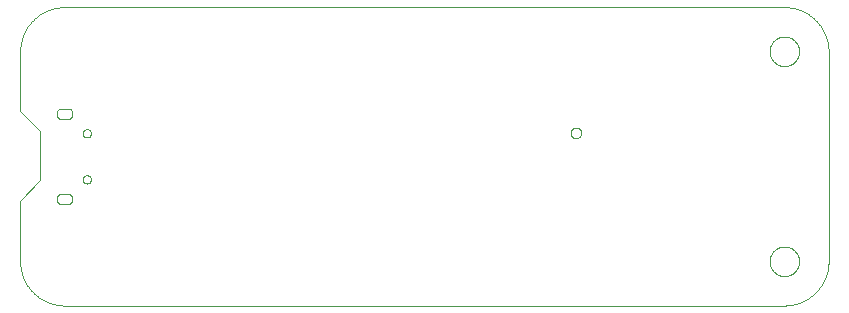
<source format=gbp>
G75*
%MOIN*%
%OFA0B0*%
%FSLAX25Y25*%
%IPPOS*%
%LPD*%
%AMOC8*
5,1,8,0,0,1.08239X$1,22.5*
%
%ADD10C,0.00000*%
D10*
X0059095Y0057209D02*
X0299095Y0057209D01*
X0299451Y0057213D01*
X0299806Y0057226D01*
X0300162Y0057248D01*
X0300516Y0057278D01*
X0300870Y0057316D01*
X0301222Y0057364D01*
X0301574Y0057419D01*
X0301924Y0057483D01*
X0302272Y0057556D01*
X0302619Y0057637D01*
X0302963Y0057726D01*
X0303305Y0057824D01*
X0303645Y0057930D01*
X0303982Y0058044D01*
X0304316Y0058166D01*
X0304647Y0058296D01*
X0304975Y0058434D01*
X0305300Y0058580D01*
X0305621Y0058734D01*
X0305938Y0058896D01*
X0306251Y0059065D01*
X0306559Y0059241D01*
X0306864Y0059425D01*
X0307164Y0059617D01*
X0307459Y0059815D01*
X0307750Y0060021D01*
X0308035Y0060234D01*
X0308315Y0060453D01*
X0308590Y0060679D01*
X0308859Y0060912D01*
X0309122Y0061151D01*
X0309380Y0061397D01*
X0309631Y0061648D01*
X0309877Y0061906D01*
X0310116Y0062169D01*
X0310349Y0062438D01*
X0310575Y0062713D01*
X0310794Y0062993D01*
X0311007Y0063278D01*
X0311213Y0063569D01*
X0311411Y0063864D01*
X0311603Y0064164D01*
X0311787Y0064469D01*
X0311963Y0064777D01*
X0312132Y0065090D01*
X0312294Y0065407D01*
X0312448Y0065728D01*
X0312594Y0066053D01*
X0312732Y0066381D01*
X0312862Y0066712D01*
X0312984Y0067046D01*
X0313098Y0067383D01*
X0313204Y0067723D01*
X0313302Y0068065D01*
X0313391Y0068409D01*
X0313472Y0068756D01*
X0313545Y0069104D01*
X0313609Y0069454D01*
X0313664Y0069806D01*
X0313712Y0070158D01*
X0313750Y0070512D01*
X0313780Y0070866D01*
X0313802Y0071222D01*
X0313815Y0071577D01*
X0313819Y0071933D01*
X0313820Y0071933D02*
X0313820Y0141933D01*
X0313819Y0141933D02*
X0313815Y0142289D01*
X0313802Y0142644D01*
X0313780Y0143000D01*
X0313750Y0143354D01*
X0313712Y0143708D01*
X0313664Y0144060D01*
X0313609Y0144412D01*
X0313545Y0144762D01*
X0313472Y0145110D01*
X0313391Y0145457D01*
X0313302Y0145801D01*
X0313204Y0146143D01*
X0313098Y0146483D01*
X0312984Y0146820D01*
X0312862Y0147154D01*
X0312732Y0147485D01*
X0312594Y0147813D01*
X0312448Y0148138D01*
X0312294Y0148459D01*
X0312132Y0148776D01*
X0311963Y0149089D01*
X0311787Y0149397D01*
X0311603Y0149702D01*
X0311411Y0150002D01*
X0311213Y0150297D01*
X0311007Y0150588D01*
X0310794Y0150873D01*
X0310575Y0151153D01*
X0310349Y0151428D01*
X0310116Y0151697D01*
X0309877Y0151960D01*
X0309631Y0152218D01*
X0309380Y0152469D01*
X0309122Y0152715D01*
X0308859Y0152954D01*
X0308590Y0153187D01*
X0308315Y0153413D01*
X0308035Y0153632D01*
X0307750Y0153845D01*
X0307459Y0154051D01*
X0307164Y0154249D01*
X0306864Y0154441D01*
X0306559Y0154625D01*
X0306251Y0154801D01*
X0305938Y0154970D01*
X0305621Y0155132D01*
X0305300Y0155286D01*
X0304975Y0155432D01*
X0304647Y0155570D01*
X0304316Y0155700D01*
X0303982Y0155822D01*
X0303645Y0155936D01*
X0303305Y0156042D01*
X0302963Y0156140D01*
X0302619Y0156229D01*
X0302272Y0156310D01*
X0301924Y0156383D01*
X0301574Y0156447D01*
X0301222Y0156502D01*
X0300870Y0156550D01*
X0300516Y0156588D01*
X0300162Y0156618D01*
X0299806Y0156640D01*
X0299451Y0156653D01*
X0299095Y0156657D01*
X0059095Y0156657D01*
X0058739Y0156653D01*
X0058384Y0156640D01*
X0058028Y0156618D01*
X0057674Y0156588D01*
X0057320Y0156550D01*
X0056968Y0156502D01*
X0056616Y0156447D01*
X0056266Y0156383D01*
X0055918Y0156310D01*
X0055571Y0156229D01*
X0055227Y0156140D01*
X0054885Y0156042D01*
X0054545Y0155936D01*
X0054208Y0155822D01*
X0053874Y0155700D01*
X0053543Y0155570D01*
X0053215Y0155432D01*
X0052890Y0155286D01*
X0052569Y0155132D01*
X0052252Y0154970D01*
X0051939Y0154801D01*
X0051631Y0154625D01*
X0051326Y0154441D01*
X0051026Y0154249D01*
X0050731Y0154051D01*
X0050440Y0153845D01*
X0050155Y0153632D01*
X0049875Y0153413D01*
X0049600Y0153187D01*
X0049331Y0152954D01*
X0049068Y0152715D01*
X0048810Y0152469D01*
X0048559Y0152218D01*
X0048313Y0151960D01*
X0048074Y0151697D01*
X0047841Y0151428D01*
X0047615Y0151153D01*
X0047396Y0150873D01*
X0047183Y0150588D01*
X0046977Y0150297D01*
X0046779Y0150002D01*
X0046587Y0149702D01*
X0046403Y0149397D01*
X0046227Y0149089D01*
X0046058Y0148776D01*
X0045896Y0148459D01*
X0045742Y0148138D01*
X0045596Y0147813D01*
X0045458Y0147485D01*
X0045328Y0147154D01*
X0045206Y0146820D01*
X0045092Y0146483D01*
X0044986Y0146143D01*
X0044888Y0145801D01*
X0044799Y0145457D01*
X0044718Y0145110D01*
X0044645Y0144762D01*
X0044581Y0144412D01*
X0044526Y0144060D01*
X0044478Y0143708D01*
X0044440Y0143354D01*
X0044410Y0143000D01*
X0044388Y0142644D01*
X0044375Y0142289D01*
X0044371Y0141933D01*
X0044371Y0122157D01*
X0051095Y0115433D01*
X0051095Y0098933D01*
X0044371Y0092209D01*
X0044371Y0071933D01*
X0044375Y0071577D01*
X0044388Y0071222D01*
X0044410Y0070866D01*
X0044440Y0070512D01*
X0044478Y0070158D01*
X0044526Y0069806D01*
X0044581Y0069454D01*
X0044645Y0069104D01*
X0044718Y0068756D01*
X0044799Y0068409D01*
X0044888Y0068065D01*
X0044986Y0067723D01*
X0045092Y0067383D01*
X0045206Y0067046D01*
X0045328Y0066712D01*
X0045458Y0066381D01*
X0045596Y0066053D01*
X0045742Y0065728D01*
X0045896Y0065407D01*
X0046058Y0065090D01*
X0046227Y0064777D01*
X0046403Y0064469D01*
X0046587Y0064164D01*
X0046779Y0063864D01*
X0046977Y0063569D01*
X0047183Y0063278D01*
X0047396Y0062993D01*
X0047615Y0062713D01*
X0047841Y0062438D01*
X0048074Y0062169D01*
X0048313Y0061906D01*
X0048559Y0061648D01*
X0048810Y0061397D01*
X0049068Y0061151D01*
X0049331Y0060912D01*
X0049600Y0060679D01*
X0049875Y0060453D01*
X0050155Y0060234D01*
X0050440Y0060021D01*
X0050731Y0059815D01*
X0051026Y0059617D01*
X0051326Y0059425D01*
X0051631Y0059241D01*
X0051939Y0059065D01*
X0052252Y0058896D01*
X0052569Y0058734D01*
X0052890Y0058580D01*
X0053215Y0058434D01*
X0053543Y0058296D01*
X0053874Y0058166D01*
X0054208Y0058044D01*
X0054545Y0057930D01*
X0054885Y0057824D01*
X0055227Y0057726D01*
X0055571Y0057637D01*
X0055918Y0057556D01*
X0056266Y0057483D01*
X0056616Y0057419D01*
X0056968Y0057364D01*
X0057320Y0057316D01*
X0057674Y0057278D01*
X0058028Y0057248D01*
X0058384Y0057226D01*
X0058739Y0057213D01*
X0059095Y0057209D01*
X0057934Y0090988D02*
X0060296Y0090988D01*
X0060373Y0091000D01*
X0060449Y0091015D01*
X0060525Y0091034D01*
X0060599Y0091057D01*
X0060673Y0091083D01*
X0060744Y0091113D01*
X0060815Y0091147D01*
X0060883Y0091183D01*
X0060950Y0091224D01*
X0061015Y0091267D01*
X0061077Y0091313D01*
X0061138Y0091363D01*
X0061195Y0091415D01*
X0061250Y0091471D01*
X0061302Y0091528D01*
X0061352Y0091589D01*
X0061398Y0091651D01*
X0061441Y0091716D01*
X0061481Y0091783D01*
X0061518Y0091852D01*
X0061551Y0091922D01*
X0061581Y0091994D01*
X0061607Y0092068D01*
X0061629Y0092142D01*
X0061648Y0092218D01*
X0061663Y0092294D01*
X0061674Y0092371D01*
X0061682Y0092449D01*
X0061686Y0092527D01*
X0061685Y0092605D01*
X0061682Y0092682D01*
X0061674Y0092760D01*
X0061682Y0092838D01*
X0061685Y0092915D01*
X0061686Y0092993D01*
X0061682Y0093071D01*
X0061674Y0093149D01*
X0061663Y0093226D01*
X0061648Y0093302D01*
X0061629Y0093378D01*
X0061607Y0093452D01*
X0061581Y0093526D01*
X0061551Y0093598D01*
X0061518Y0093668D01*
X0061481Y0093737D01*
X0061441Y0093804D01*
X0061398Y0093869D01*
X0061352Y0093931D01*
X0061302Y0093992D01*
X0061250Y0094049D01*
X0061195Y0094105D01*
X0061138Y0094157D01*
X0061077Y0094207D01*
X0061015Y0094253D01*
X0060950Y0094296D01*
X0060883Y0094337D01*
X0060815Y0094373D01*
X0060744Y0094407D01*
X0060673Y0094437D01*
X0060599Y0094463D01*
X0060525Y0094486D01*
X0060449Y0094505D01*
X0060373Y0094520D01*
X0060296Y0094532D01*
X0060296Y0094531D02*
X0057934Y0094531D01*
X0057934Y0094532D02*
X0057857Y0094520D01*
X0057781Y0094505D01*
X0057705Y0094486D01*
X0057631Y0094463D01*
X0057557Y0094437D01*
X0057486Y0094407D01*
X0057415Y0094373D01*
X0057347Y0094337D01*
X0057280Y0094296D01*
X0057215Y0094253D01*
X0057153Y0094207D01*
X0057092Y0094157D01*
X0057035Y0094105D01*
X0056980Y0094049D01*
X0056928Y0093992D01*
X0056878Y0093931D01*
X0056832Y0093869D01*
X0056789Y0093804D01*
X0056749Y0093737D01*
X0056712Y0093668D01*
X0056679Y0093598D01*
X0056649Y0093526D01*
X0056623Y0093452D01*
X0056601Y0093378D01*
X0056582Y0093302D01*
X0056567Y0093226D01*
X0056556Y0093149D01*
X0056548Y0093071D01*
X0056544Y0092993D01*
X0056545Y0092915D01*
X0056548Y0092838D01*
X0056556Y0092760D01*
X0056548Y0092682D01*
X0056545Y0092605D01*
X0056544Y0092527D01*
X0056548Y0092449D01*
X0056556Y0092371D01*
X0056567Y0092294D01*
X0056582Y0092218D01*
X0056601Y0092142D01*
X0056623Y0092068D01*
X0056649Y0091994D01*
X0056679Y0091922D01*
X0056712Y0091852D01*
X0056749Y0091783D01*
X0056789Y0091716D01*
X0056832Y0091651D01*
X0056878Y0091589D01*
X0056928Y0091528D01*
X0056980Y0091471D01*
X0057035Y0091415D01*
X0057092Y0091363D01*
X0057153Y0091313D01*
X0057215Y0091267D01*
X0057280Y0091224D01*
X0057347Y0091183D01*
X0057415Y0091147D01*
X0057486Y0091113D01*
X0057557Y0091083D01*
X0057631Y0091057D01*
X0057705Y0091034D01*
X0057781Y0091015D01*
X0057857Y0091000D01*
X0057934Y0090988D01*
X0065217Y0099256D02*
X0065219Y0099330D01*
X0065225Y0099404D01*
X0065235Y0099477D01*
X0065249Y0099550D01*
X0065266Y0099622D01*
X0065288Y0099692D01*
X0065313Y0099762D01*
X0065342Y0099830D01*
X0065375Y0099896D01*
X0065411Y0099961D01*
X0065451Y0100023D01*
X0065493Y0100084D01*
X0065539Y0100142D01*
X0065588Y0100197D01*
X0065640Y0100250D01*
X0065695Y0100300D01*
X0065752Y0100346D01*
X0065812Y0100390D01*
X0065874Y0100430D01*
X0065938Y0100467D01*
X0066004Y0100501D01*
X0066072Y0100531D01*
X0066141Y0100557D01*
X0066212Y0100580D01*
X0066283Y0100598D01*
X0066356Y0100613D01*
X0066429Y0100624D01*
X0066503Y0100631D01*
X0066577Y0100634D01*
X0066650Y0100633D01*
X0066724Y0100628D01*
X0066798Y0100619D01*
X0066871Y0100606D01*
X0066943Y0100589D01*
X0067014Y0100569D01*
X0067084Y0100544D01*
X0067152Y0100516D01*
X0067219Y0100485D01*
X0067284Y0100449D01*
X0067347Y0100411D01*
X0067408Y0100369D01*
X0067467Y0100323D01*
X0067523Y0100275D01*
X0067576Y0100224D01*
X0067626Y0100170D01*
X0067674Y0100113D01*
X0067718Y0100054D01*
X0067760Y0099992D01*
X0067798Y0099929D01*
X0067832Y0099863D01*
X0067863Y0099796D01*
X0067890Y0099727D01*
X0067913Y0099657D01*
X0067933Y0099586D01*
X0067949Y0099513D01*
X0067961Y0099440D01*
X0067969Y0099367D01*
X0067973Y0099293D01*
X0067973Y0099219D01*
X0067969Y0099145D01*
X0067961Y0099072D01*
X0067949Y0098999D01*
X0067933Y0098926D01*
X0067913Y0098855D01*
X0067890Y0098785D01*
X0067863Y0098716D01*
X0067832Y0098649D01*
X0067798Y0098583D01*
X0067760Y0098520D01*
X0067718Y0098458D01*
X0067674Y0098399D01*
X0067626Y0098342D01*
X0067576Y0098288D01*
X0067523Y0098237D01*
X0067467Y0098189D01*
X0067408Y0098143D01*
X0067347Y0098101D01*
X0067284Y0098063D01*
X0067219Y0098027D01*
X0067152Y0097996D01*
X0067084Y0097968D01*
X0067014Y0097943D01*
X0066943Y0097923D01*
X0066871Y0097906D01*
X0066798Y0097893D01*
X0066724Y0097884D01*
X0066650Y0097879D01*
X0066577Y0097878D01*
X0066503Y0097881D01*
X0066429Y0097888D01*
X0066356Y0097899D01*
X0066283Y0097914D01*
X0066212Y0097932D01*
X0066141Y0097955D01*
X0066072Y0097981D01*
X0066004Y0098011D01*
X0065938Y0098045D01*
X0065874Y0098082D01*
X0065812Y0098122D01*
X0065752Y0098166D01*
X0065695Y0098212D01*
X0065640Y0098262D01*
X0065588Y0098315D01*
X0065539Y0098370D01*
X0065493Y0098428D01*
X0065451Y0098489D01*
X0065411Y0098551D01*
X0065375Y0098616D01*
X0065342Y0098682D01*
X0065313Y0098750D01*
X0065288Y0098820D01*
X0065266Y0098890D01*
X0065249Y0098962D01*
X0065235Y0099035D01*
X0065225Y0099108D01*
X0065219Y0099182D01*
X0065217Y0099256D01*
X0065217Y0114610D02*
X0065219Y0114684D01*
X0065225Y0114758D01*
X0065235Y0114831D01*
X0065249Y0114904D01*
X0065266Y0114976D01*
X0065288Y0115046D01*
X0065313Y0115116D01*
X0065342Y0115184D01*
X0065375Y0115250D01*
X0065411Y0115315D01*
X0065451Y0115377D01*
X0065493Y0115438D01*
X0065539Y0115496D01*
X0065588Y0115551D01*
X0065640Y0115604D01*
X0065695Y0115654D01*
X0065752Y0115700D01*
X0065812Y0115744D01*
X0065874Y0115784D01*
X0065938Y0115821D01*
X0066004Y0115855D01*
X0066072Y0115885D01*
X0066141Y0115911D01*
X0066212Y0115934D01*
X0066283Y0115952D01*
X0066356Y0115967D01*
X0066429Y0115978D01*
X0066503Y0115985D01*
X0066577Y0115988D01*
X0066650Y0115987D01*
X0066724Y0115982D01*
X0066798Y0115973D01*
X0066871Y0115960D01*
X0066943Y0115943D01*
X0067014Y0115923D01*
X0067084Y0115898D01*
X0067152Y0115870D01*
X0067219Y0115839D01*
X0067284Y0115803D01*
X0067347Y0115765D01*
X0067408Y0115723D01*
X0067467Y0115677D01*
X0067523Y0115629D01*
X0067576Y0115578D01*
X0067626Y0115524D01*
X0067674Y0115467D01*
X0067718Y0115408D01*
X0067760Y0115346D01*
X0067798Y0115283D01*
X0067832Y0115217D01*
X0067863Y0115150D01*
X0067890Y0115081D01*
X0067913Y0115011D01*
X0067933Y0114940D01*
X0067949Y0114867D01*
X0067961Y0114794D01*
X0067969Y0114721D01*
X0067973Y0114647D01*
X0067973Y0114573D01*
X0067969Y0114499D01*
X0067961Y0114426D01*
X0067949Y0114353D01*
X0067933Y0114280D01*
X0067913Y0114209D01*
X0067890Y0114139D01*
X0067863Y0114070D01*
X0067832Y0114003D01*
X0067798Y0113937D01*
X0067760Y0113874D01*
X0067718Y0113812D01*
X0067674Y0113753D01*
X0067626Y0113696D01*
X0067576Y0113642D01*
X0067523Y0113591D01*
X0067467Y0113543D01*
X0067408Y0113497D01*
X0067347Y0113455D01*
X0067284Y0113417D01*
X0067219Y0113381D01*
X0067152Y0113350D01*
X0067084Y0113322D01*
X0067014Y0113297D01*
X0066943Y0113277D01*
X0066871Y0113260D01*
X0066798Y0113247D01*
X0066724Y0113238D01*
X0066650Y0113233D01*
X0066577Y0113232D01*
X0066503Y0113235D01*
X0066429Y0113242D01*
X0066356Y0113253D01*
X0066283Y0113268D01*
X0066212Y0113286D01*
X0066141Y0113309D01*
X0066072Y0113335D01*
X0066004Y0113365D01*
X0065938Y0113399D01*
X0065874Y0113436D01*
X0065812Y0113476D01*
X0065752Y0113520D01*
X0065695Y0113566D01*
X0065640Y0113616D01*
X0065588Y0113669D01*
X0065539Y0113724D01*
X0065493Y0113782D01*
X0065451Y0113843D01*
X0065411Y0113905D01*
X0065375Y0113970D01*
X0065342Y0114036D01*
X0065313Y0114104D01*
X0065288Y0114174D01*
X0065266Y0114244D01*
X0065249Y0114316D01*
X0065235Y0114389D01*
X0065225Y0114462D01*
X0065219Y0114536D01*
X0065217Y0114610D01*
X0060296Y0119335D02*
X0058131Y0119335D01*
X0058130Y0119334D02*
X0058056Y0119331D01*
X0057981Y0119332D01*
X0057906Y0119336D01*
X0057831Y0119345D01*
X0057757Y0119357D01*
X0057684Y0119373D01*
X0057611Y0119392D01*
X0057540Y0119415D01*
X0057470Y0119442D01*
X0057401Y0119472D01*
X0057334Y0119506D01*
X0057269Y0119543D01*
X0057206Y0119583D01*
X0057145Y0119626D01*
X0057086Y0119673D01*
X0057030Y0119722D01*
X0056976Y0119774D01*
X0056925Y0119829D01*
X0056876Y0119887D01*
X0056831Y0119946D01*
X0056789Y0120008D01*
X0056750Y0120072D01*
X0056714Y0120138D01*
X0056681Y0120206D01*
X0056652Y0120275D01*
X0056627Y0120346D01*
X0056605Y0120417D01*
X0056587Y0120490D01*
X0056573Y0120564D01*
X0056562Y0120638D01*
X0056555Y0120713D01*
X0056556Y0120713D02*
X0056556Y0121500D01*
X0056555Y0121500D02*
X0056562Y0121575D01*
X0056573Y0121649D01*
X0056587Y0121723D01*
X0056605Y0121796D01*
X0056627Y0121867D01*
X0056652Y0121938D01*
X0056681Y0122007D01*
X0056714Y0122075D01*
X0056750Y0122141D01*
X0056789Y0122205D01*
X0056831Y0122267D01*
X0056876Y0122326D01*
X0056925Y0122384D01*
X0056976Y0122439D01*
X0057030Y0122491D01*
X0057086Y0122540D01*
X0057145Y0122587D01*
X0057206Y0122630D01*
X0057269Y0122670D01*
X0057334Y0122707D01*
X0057401Y0122741D01*
X0057470Y0122771D01*
X0057540Y0122798D01*
X0057611Y0122821D01*
X0057684Y0122840D01*
X0057757Y0122856D01*
X0057831Y0122868D01*
X0057906Y0122877D01*
X0057981Y0122881D01*
X0058056Y0122882D01*
X0058130Y0122879D01*
X0058131Y0122878D02*
X0060296Y0122878D01*
X0060368Y0122876D01*
X0060440Y0122870D01*
X0060512Y0122861D01*
X0060583Y0122848D01*
X0060653Y0122831D01*
X0060722Y0122811D01*
X0060790Y0122786D01*
X0060856Y0122759D01*
X0060922Y0122728D01*
X0060985Y0122693D01*
X0061047Y0122656D01*
X0061106Y0122615D01*
X0061163Y0122571D01*
X0061218Y0122524D01*
X0061270Y0122474D01*
X0061320Y0122422D01*
X0061367Y0122367D01*
X0061411Y0122310D01*
X0061452Y0122251D01*
X0061489Y0122189D01*
X0061524Y0122126D01*
X0061555Y0122060D01*
X0061582Y0121994D01*
X0061607Y0121926D01*
X0061627Y0121857D01*
X0061644Y0121787D01*
X0061657Y0121716D01*
X0061666Y0121644D01*
X0061672Y0121572D01*
X0061674Y0121500D01*
X0061674Y0120713D01*
X0061672Y0120641D01*
X0061666Y0120569D01*
X0061657Y0120497D01*
X0061644Y0120426D01*
X0061627Y0120356D01*
X0061607Y0120287D01*
X0061582Y0120219D01*
X0061555Y0120153D01*
X0061524Y0120087D01*
X0061489Y0120024D01*
X0061452Y0119962D01*
X0061411Y0119903D01*
X0061367Y0119846D01*
X0061320Y0119791D01*
X0061270Y0119739D01*
X0061218Y0119689D01*
X0061163Y0119642D01*
X0061106Y0119598D01*
X0061047Y0119557D01*
X0060985Y0119520D01*
X0060922Y0119485D01*
X0060856Y0119454D01*
X0060790Y0119427D01*
X0060722Y0119402D01*
X0060653Y0119382D01*
X0060583Y0119365D01*
X0060512Y0119352D01*
X0060440Y0119343D01*
X0060368Y0119337D01*
X0060296Y0119335D01*
X0227843Y0114772D02*
X0227845Y0114856D01*
X0227851Y0114939D01*
X0227861Y0115022D01*
X0227875Y0115105D01*
X0227892Y0115187D01*
X0227914Y0115268D01*
X0227939Y0115347D01*
X0227968Y0115426D01*
X0228001Y0115503D01*
X0228037Y0115578D01*
X0228077Y0115652D01*
X0228120Y0115724D01*
X0228167Y0115793D01*
X0228217Y0115860D01*
X0228270Y0115925D01*
X0228326Y0115987D01*
X0228384Y0116047D01*
X0228446Y0116104D01*
X0228510Y0116157D01*
X0228577Y0116208D01*
X0228646Y0116255D01*
X0228717Y0116300D01*
X0228790Y0116340D01*
X0228865Y0116377D01*
X0228942Y0116411D01*
X0229020Y0116441D01*
X0229099Y0116467D01*
X0229180Y0116490D01*
X0229262Y0116508D01*
X0229344Y0116523D01*
X0229427Y0116534D01*
X0229510Y0116541D01*
X0229594Y0116544D01*
X0229678Y0116543D01*
X0229761Y0116538D01*
X0229845Y0116529D01*
X0229927Y0116516D01*
X0230009Y0116500D01*
X0230090Y0116479D01*
X0230171Y0116455D01*
X0230249Y0116427D01*
X0230327Y0116395D01*
X0230403Y0116359D01*
X0230477Y0116320D01*
X0230549Y0116278D01*
X0230619Y0116232D01*
X0230687Y0116183D01*
X0230752Y0116131D01*
X0230815Y0116076D01*
X0230875Y0116018D01*
X0230933Y0115957D01*
X0230987Y0115893D01*
X0231039Y0115827D01*
X0231087Y0115759D01*
X0231132Y0115688D01*
X0231173Y0115615D01*
X0231212Y0115541D01*
X0231246Y0115465D01*
X0231277Y0115387D01*
X0231304Y0115308D01*
X0231328Y0115227D01*
X0231347Y0115146D01*
X0231363Y0115064D01*
X0231375Y0114981D01*
X0231383Y0114897D01*
X0231387Y0114814D01*
X0231387Y0114730D01*
X0231383Y0114647D01*
X0231375Y0114563D01*
X0231363Y0114480D01*
X0231347Y0114398D01*
X0231328Y0114317D01*
X0231304Y0114236D01*
X0231277Y0114157D01*
X0231246Y0114079D01*
X0231212Y0114003D01*
X0231173Y0113929D01*
X0231132Y0113856D01*
X0231087Y0113785D01*
X0231039Y0113717D01*
X0230987Y0113651D01*
X0230933Y0113587D01*
X0230875Y0113526D01*
X0230815Y0113468D01*
X0230752Y0113413D01*
X0230687Y0113361D01*
X0230619Y0113312D01*
X0230549Y0113266D01*
X0230477Y0113224D01*
X0230403Y0113185D01*
X0230327Y0113149D01*
X0230249Y0113117D01*
X0230171Y0113089D01*
X0230090Y0113065D01*
X0230009Y0113044D01*
X0229927Y0113028D01*
X0229845Y0113015D01*
X0229761Y0113006D01*
X0229678Y0113001D01*
X0229594Y0113000D01*
X0229510Y0113003D01*
X0229427Y0113010D01*
X0229344Y0113021D01*
X0229262Y0113036D01*
X0229180Y0113054D01*
X0229099Y0113077D01*
X0229020Y0113103D01*
X0228942Y0113133D01*
X0228865Y0113167D01*
X0228790Y0113204D01*
X0228717Y0113244D01*
X0228646Y0113289D01*
X0228577Y0113336D01*
X0228510Y0113387D01*
X0228446Y0113440D01*
X0228384Y0113497D01*
X0228326Y0113557D01*
X0228270Y0113619D01*
X0228217Y0113684D01*
X0228167Y0113751D01*
X0228120Y0113820D01*
X0228077Y0113892D01*
X0228037Y0113966D01*
X0228001Y0114041D01*
X0227968Y0114118D01*
X0227939Y0114197D01*
X0227914Y0114276D01*
X0227892Y0114357D01*
X0227875Y0114439D01*
X0227861Y0114522D01*
X0227851Y0114605D01*
X0227845Y0114688D01*
X0227843Y0114772D01*
X0294174Y0141933D02*
X0294176Y0142073D01*
X0294182Y0142213D01*
X0294192Y0142352D01*
X0294206Y0142491D01*
X0294224Y0142630D01*
X0294245Y0142768D01*
X0294271Y0142906D01*
X0294301Y0143043D01*
X0294334Y0143178D01*
X0294372Y0143313D01*
X0294413Y0143447D01*
X0294458Y0143580D01*
X0294506Y0143711D01*
X0294559Y0143840D01*
X0294615Y0143969D01*
X0294674Y0144095D01*
X0294738Y0144220D01*
X0294804Y0144343D01*
X0294875Y0144464D01*
X0294948Y0144583D01*
X0295025Y0144700D01*
X0295106Y0144814D01*
X0295189Y0144926D01*
X0295276Y0145036D01*
X0295366Y0145144D01*
X0295458Y0145248D01*
X0295554Y0145350D01*
X0295653Y0145450D01*
X0295754Y0145546D01*
X0295858Y0145640D01*
X0295965Y0145730D01*
X0296074Y0145817D01*
X0296186Y0145902D01*
X0296300Y0145983D01*
X0296416Y0146061D01*
X0296534Y0146135D01*
X0296655Y0146206D01*
X0296777Y0146274D01*
X0296902Y0146338D01*
X0297028Y0146399D01*
X0297155Y0146456D01*
X0297285Y0146509D01*
X0297416Y0146559D01*
X0297548Y0146604D01*
X0297681Y0146647D01*
X0297816Y0146685D01*
X0297951Y0146719D01*
X0298088Y0146750D01*
X0298225Y0146777D01*
X0298363Y0146799D01*
X0298502Y0146818D01*
X0298641Y0146833D01*
X0298780Y0146844D01*
X0298920Y0146851D01*
X0299060Y0146854D01*
X0299200Y0146853D01*
X0299340Y0146848D01*
X0299479Y0146839D01*
X0299619Y0146826D01*
X0299758Y0146809D01*
X0299896Y0146788D01*
X0300034Y0146764D01*
X0300171Y0146735D01*
X0300307Y0146703D01*
X0300442Y0146666D01*
X0300576Y0146626D01*
X0300709Y0146582D01*
X0300840Y0146534D01*
X0300970Y0146483D01*
X0301099Y0146428D01*
X0301226Y0146369D01*
X0301351Y0146306D01*
X0301474Y0146241D01*
X0301596Y0146171D01*
X0301715Y0146098D01*
X0301833Y0146022D01*
X0301948Y0145943D01*
X0302061Y0145860D01*
X0302171Y0145774D01*
X0302279Y0145685D01*
X0302384Y0145593D01*
X0302487Y0145498D01*
X0302587Y0145400D01*
X0302684Y0145300D01*
X0302778Y0145196D01*
X0302870Y0145090D01*
X0302958Y0144982D01*
X0303043Y0144871D01*
X0303125Y0144757D01*
X0303204Y0144641D01*
X0303279Y0144524D01*
X0303351Y0144404D01*
X0303419Y0144282D01*
X0303484Y0144158D01*
X0303546Y0144032D01*
X0303604Y0143905D01*
X0303658Y0143776D01*
X0303709Y0143645D01*
X0303755Y0143513D01*
X0303798Y0143380D01*
X0303838Y0143246D01*
X0303873Y0143111D01*
X0303905Y0142974D01*
X0303932Y0142837D01*
X0303956Y0142699D01*
X0303976Y0142561D01*
X0303992Y0142422D01*
X0304004Y0142282D01*
X0304012Y0142143D01*
X0304016Y0142003D01*
X0304016Y0141863D01*
X0304012Y0141723D01*
X0304004Y0141584D01*
X0303992Y0141444D01*
X0303976Y0141305D01*
X0303956Y0141167D01*
X0303932Y0141029D01*
X0303905Y0140892D01*
X0303873Y0140755D01*
X0303838Y0140620D01*
X0303798Y0140486D01*
X0303755Y0140353D01*
X0303709Y0140221D01*
X0303658Y0140090D01*
X0303604Y0139961D01*
X0303546Y0139834D01*
X0303484Y0139708D01*
X0303419Y0139584D01*
X0303351Y0139462D01*
X0303279Y0139342D01*
X0303204Y0139225D01*
X0303125Y0139109D01*
X0303043Y0138995D01*
X0302958Y0138884D01*
X0302870Y0138776D01*
X0302778Y0138670D01*
X0302684Y0138566D01*
X0302587Y0138466D01*
X0302487Y0138368D01*
X0302384Y0138273D01*
X0302279Y0138181D01*
X0302171Y0138092D01*
X0302061Y0138006D01*
X0301948Y0137923D01*
X0301833Y0137844D01*
X0301715Y0137768D01*
X0301596Y0137695D01*
X0301474Y0137625D01*
X0301351Y0137560D01*
X0301226Y0137497D01*
X0301099Y0137438D01*
X0300970Y0137383D01*
X0300840Y0137332D01*
X0300709Y0137284D01*
X0300576Y0137240D01*
X0300442Y0137200D01*
X0300307Y0137163D01*
X0300171Y0137131D01*
X0300034Y0137102D01*
X0299896Y0137078D01*
X0299758Y0137057D01*
X0299619Y0137040D01*
X0299479Y0137027D01*
X0299340Y0137018D01*
X0299200Y0137013D01*
X0299060Y0137012D01*
X0298920Y0137015D01*
X0298780Y0137022D01*
X0298641Y0137033D01*
X0298502Y0137048D01*
X0298363Y0137067D01*
X0298225Y0137089D01*
X0298088Y0137116D01*
X0297951Y0137147D01*
X0297816Y0137181D01*
X0297681Y0137219D01*
X0297548Y0137262D01*
X0297416Y0137307D01*
X0297285Y0137357D01*
X0297155Y0137410D01*
X0297028Y0137467D01*
X0296902Y0137528D01*
X0296777Y0137592D01*
X0296655Y0137660D01*
X0296534Y0137731D01*
X0296416Y0137805D01*
X0296300Y0137883D01*
X0296186Y0137964D01*
X0296074Y0138049D01*
X0295965Y0138136D01*
X0295858Y0138226D01*
X0295754Y0138320D01*
X0295653Y0138416D01*
X0295554Y0138516D01*
X0295458Y0138618D01*
X0295366Y0138722D01*
X0295276Y0138830D01*
X0295189Y0138940D01*
X0295106Y0139052D01*
X0295025Y0139166D01*
X0294948Y0139283D01*
X0294875Y0139402D01*
X0294804Y0139523D01*
X0294738Y0139646D01*
X0294674Y0139771D01*
X0294615Y0139897D01*
X0294559Y0140026D01*
X0294506Y0140155D01*
X0294458Y0140286D01*
X0294413Y0140419D01*
X0294372Y0140553D01*
X0294334Y0140688D01*
X0294301Y0140823D01*
X0294271Y0140960D01*
X0294245Y0141098D01*
X0294224Y0141236D01*
X0294206Y0141375D01*
X0294192Y0141514D01*
X0294182Y0141653D01*
X0294176Y0141793D01*
X0294174Y0141933D01*
X0294174Y0071933D02*
X0294176Y0072073D01*
X0294182Y0072213D01*
X0294192Y0072352D01*
X0294206Y0072491D01*
X0294224Y0072630D01*
X0294245Y0072768D01*
X0294271Y0072906D01*
X0294301Y0073043D01*
X0294334Y0073178D01*
X0294372Y0073313D01*
X0294413Y0073447D01*
X0294458Y0073580D01*
X0294506Y0073711D01*
X0294559Y0073840D01*
X0294615Y0073969D01*
X0294674Y0074095D01*
X0294738Y0074220D01*
X0294804Y0074343D01*
X0294875Y0074464D01*
X0294948Y0074583D01*
X0295025Y0074700D01*
X0295106Y0074814D01*
X0295189Y0074926D01*
X0295276Y0075036D01*
X0295366Y0075144D01*
X0295458Y0075248D01*
X0295554Y0075350D01*
X0295653Y0075450D01*
X0295754Y0075546D01*
X0295858Y0075640D01*
X0295965Y0075730D01*
X0296074Y0075817D01*
X0296186Y0075902D01*
X0296300Y0075983D01*
X0296416Y0076061D01*
X0296534Y0076135D01*
X0296655Y0076206D01*
X0296777Y0076274D01*
X0296902Y0076338D01*
X0297028Y0076399D01*
X0297155Y0076456D01*
X0297285Y0076509D01*
X0297416Y0076559D01*
X0297548Y0076604D01*
X0297681Y0076647D01*
X0297816Y0076685D01*
X0297951Y0076719D01*
X0298088Y0076750D01*
X0298225Y0076777D01*
X0298363Y0076799D01*
X0298502Y0076818D01*
X0298641Y0076833D01*
X0298780Y0076844D01*
X0298920Y0076851D01*
X0299060Y0076854D01*
X0299200Y0076853D01*
X0299340Y0076848D01*
X0299479Y0076839D01*
X0299619Y0076826D01*
X0299758Y0076809D01*
X0299896Y0076788D01*
X0300034Y0076764D01*
X0300171Y0076735D01*
X0300307Y0076703D01*
X0300442Y0076666D01*
X0300576Y0076626D01*
X0300709Y0076582D01*
X0300840Y0076534D01*
X0300970Y0076483D01*
X0301099Y0076428D01*
X0301226Y0076369D01*
X0301351Y0076306D01*
X0301474Y0076241D01*
X0301596Y0076171D01*
X0301715Y0076098D01*
X0301833Y0076022D01*
X0301948Y0075943D01*
X0302061Y0075860D01*
X0302171Y0075774D01*
X0302279Y0075685D01*
X0302384Y0075593D01*
X0302487Y0075498D01*
X0302587Y0075400D01*
X0302684Y0075300D01*
X0302778Y0075196D01*
X0302870Y0075090D01*
X0302958Y0074982D01*
X0303043Y0074871D01*
X0303125Y0074757D01*
X0303204Y0074641D01*
X0303279Y0074524D01*
X0303351Y0074404D01*
X0303419Y0074282D01*
X0303484Y0074158D01*
X0303546Y0074032D01*
X0303604Y0073905D01*
X0303658Y0073776D01*
X0303709Y0073645D01*
X0303755Y0073513D01*
X0303798Y0073380D01*
X0303838Y0073246D01*
X0303873Y0073111D01*
X0303905Y0072974D01*
X0303932Y0072837D01*
X0303956Y0072699D01*
X0303976Y0072561D01*
X0303992Y0072422D01*
X0304004Y0072282D01*
X0304012Y0072143D01*
X0304016Y0072003D01*
X0304016Y0071863D01*
X0304012Y0071723D01*
X0304004Y0071584D01*
X0303992Y0071444D01*
X0303976Y0071305D01*
X0303956Y0071167D01*
X0303932Y0071029D01*
X0303905Y0070892D01*
X0303873Y0070755D01*
X0303838Y0070620D01*
X0303798Y0070486D01*
X0303755Y0070353D01*
X0303709Y0070221D01*
X0303658Y0070090D01*
X0303604Y0069961D01*
X0303546Y0069834D01*
X0303484Y0069708D01*
X0303419Y0069584D01*
X0303351Y0069462D01*
X0303279Y0069342D01*
X0303204Y0069225D01*
X0303125Y0069109D01*
X0303043Y0068995D01*
X0302958Y0068884D01*
X0302870Y0068776D01*
X0302778Y0068670D01*
X0302684Y0068566D01*
X0302587Y0068466D01*
X0302487Y0068368D01*
X0302384Y0068273D01*
X0302279Y0068181D01*
X0302171Y0068092D01*
X0302061Y0068006D01*
X0301948Y0067923D01*
X0301833Y0067844D01*
X0301715Y0067768D01*
X0301596Y0067695D01*
X0301474Y0067625D01*
X0301351Y0067560D01*
X0301226Y0067497D01*
X0301099Y0067438D01*
X0300970Y0067383D01*
X0300840Y0067332D01*
X0300709Y0067284D01*
X0300576Y0067240D01*
X0300442Y0067200D01*
X0300307Y0067163D01*
X0300171Y0067131D01*
X0300034Y0067102D01*
X0299896Y0067078D01*
X0299758Y0067057D01*
X0299619Y0067040D01*
X0299479Y0067027D01*
X0299340Y0067018D01*
X0299200Y0067013D01*
X0299060Y0067012D01*
X0298920Y0067015D01*
X0298780Y0067022D01*
X0298641Y0067033D01*
X0298502Y0067048D01*
X0298363Y0067067D01*
X0298225Y0067089D01*
X0298088Y0067116D01*
X0297951Y0067147D01*
X0297816Y0067181D01*
X0297681Y0067219D01*
X0297548Y0067262D01*
X0297416Y0067307D01*
X0297285Y0067357D01*
X0297155Y0067410D01*
X0297028Y0067467D01*
X0296902Y0067528D01*
X0296777Y0067592D01*
X0296655Y0067660D01*
X0296534Y0067731D01*
X0296416Y0067805D01*
X0296300Y0067883D01*
X0296186Y0067964D01*
X0296074Y0068049D01*
X0295965Y0068136D01*
X0295858Y0068226D01*
X0295754Y0068320D01*
X0295653Y0068416D01*
X0295554Y0068516D01*
X0295458Y0068618D01*
X0295366Y0068722D01*
X0295276Y0068830D01*
X0295189Y0068940D01*
X0295106Y0069052D01*
X0295025Y0069166D01*
X0294948Y0069283D01*
X0294875Y0069402D01*
X0294804Y0069523D01*
X0294738Y0069646D01*
X0294674Y0069771D01*
X0294615Y0069897D01*
X0294559Y0070026D01*
X0294506Y0070155D01*
X0294458Y0070286D01*
X0294413Y0070419D01*
X0294372Y0070553D01*
X0294334Y0070688D01*
X0294301Y0070823D01*
X0294271Y0070960D01*
X0294245Y0071098D01*
X0294224Y0071236D01*
X0294206Y0071375D01*
X0294192Y0071514D01*
X0294182Y0071653D01*
X0294176Y0071793D01*
X0294174Y0071933D01*
M02*

</source>
